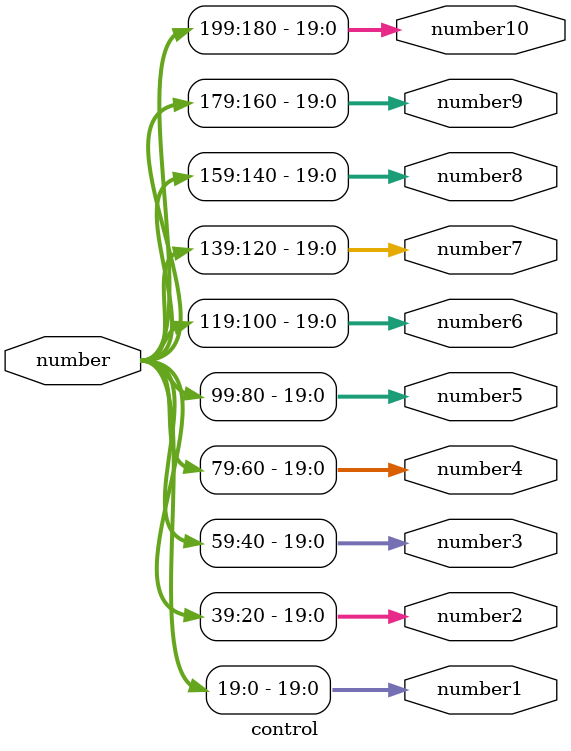
<source format=v>
module control(
	number,
	number1,
  number2, 
  number3, 
  number4, 
  number5, 
  number6, 
  number7, 
  number8, 
  number9, 
  number10
	);
    input  [199:0]number;
    output [19:0]number1, number2, number3, number4, number5, number6, number7, number8, number9, number10;
    assign number1 = number[19:0];
    assign number2 = number[39:20];
    assign number3 = number[59:40];
    assign number4 = number[79:60];
    assign number5 = number[99:80];
    assign number6 = number[119:100];
    assign number7 = number[139:120];
    assign number8 = number[159:140];
    assign number9 = number[179:160];
    assign number10 = number[199:180];
    
endmodule

</source>
